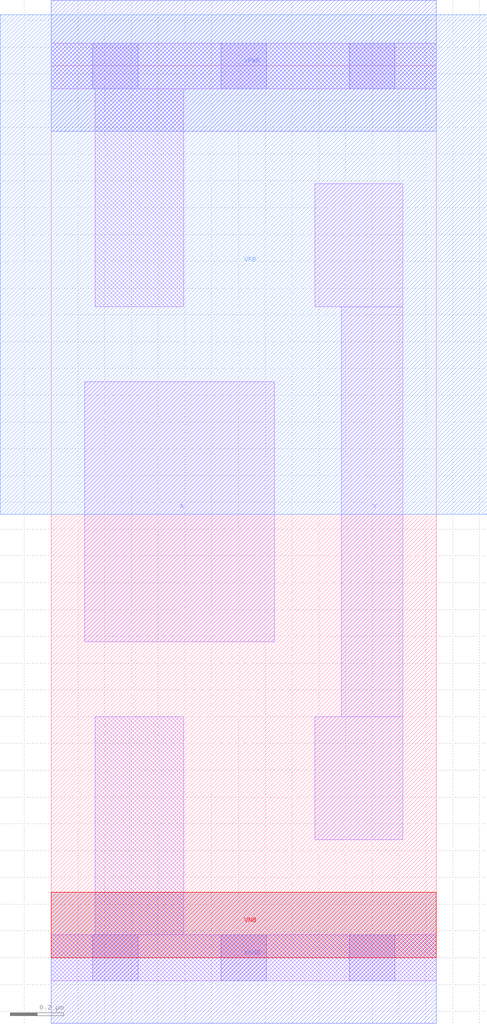
<source format=lef>
# Copyright 2020 The SkyWater PDK Authors
#
# Licensed under the Apache License, Version 2.0 (the "License");
# you may not use this file except in compliance with the License.
# You may obtain a copy of the License at
#
#     https://www.apache.org/licenses/LICENSE-2.0
#
# Unless required by applicable law or agreed to in writing, software
# distributed under the License is distributed on an "AS IS" BASIS,
# WITHOUT WARRANTIES OR CONDITIONS OF ANY KIND, either express or implied.
# See the License for the specific language governing permissions and
# limitations under the License.
#
# SPDX-License-Identifier: Apache-2.0

VERSION 5.7 ;
  NOWIREEXTENSIONATPIN ON ;
  DIVIDERCHAR "/" ;
  BUSBITCHARS "[]" ;
MACRO sky130_fd_sc_lp__invlp_m
  CLASS CORE ;
  FOREIGN sky130_fd_sc_lp__invlp_m ;
  ORIGIN  0.000000  0.000000 ;
  SIZE  1.440000 BY  3.330000 ;
  SYMMETRY X Y R90 ;
  SITE unit ;
  PIN A
    ANTENNAGATEAREA  0.252000 ;
    DIRECTION INPUT ;
    USE SIGNAL ;
    PORT
      LAYER li1 ;
        RECT 0.125000 1.180000 0.835000 2.150000 ;
    END
  END A
  PIN Y
    ANTENNADIFFAREA  0.239400 ;
    DIRECTION OUTPUT ;
    USE SIGNAL ;
    PORT
      LAYER li1 ;
        RECT 0.985000 0.440000 1.315000 0.900000 ;
        RECT 0.985000 2.430000 1.315000 2.890000 ;
        RECT 1.085000 0.900000 1.315000 2.430000 ;
    END
  END Y
  PIN VGND
    DIRECTION INOUT ;
    USE GROUND ;
    PORT
      LAYER met1 ;
        RECT 0.000000 -0.245000 1.440000 0.245000 ;
    END
  END VGND
  PIN VNB
    DIRECTION INOUT ;
    USE GROUND ;
    PORT
      LAYER pwell ;
        RECT 0.000000 0.000000 1.440000 0.245000 ;
    END
  END VNB
  PIN VPB
    DIRECTION INOUT ;
    USE POWER ;
    PORT
      LAYER nwell ;
        RECT -0.190000 1.655000 1.630000 3.520000 ;
    END
  END VPB
  PIN VPWR
    DIRECTION INOUT ;
    USE POWER ;
    PORT
      LAYER met1 ;
        RECT 0.000000 3.085000 1.440000 3.575000 ;
    END
  END VPWR
  OBS
    LAYER li1 ;
      RECT 0.000000 -0.085000 1.440000 0.085000 ;
      RECT 0.000000  3.245000 1.440000 3.415000 ;
      RECT 0.165000  0.085000 0.495000 0.900000 ;
      RECT 0.165000  2.430000 0.495000 3.245000 ;
    LAYER mcon ;
      RECT 0.155000 -0.085000 0.325000 0.085000 ;
      RECT 0.155000  3.245000 0.325000 3.415000 ;
      RECT 0.635000 -0.085000 0.805000 0.085000 ;
      RECT 0.635000  3.245000 0.805000 3.415000 ;
      RECT 1.115000 -0.085000 1.285000 0.085000 ;
      RECT 1.115000  3.245000 1.285000 3.415000 ;
  END
END sky130_fd_sc_lp__invlp_m
END LIBRARY

</source>
